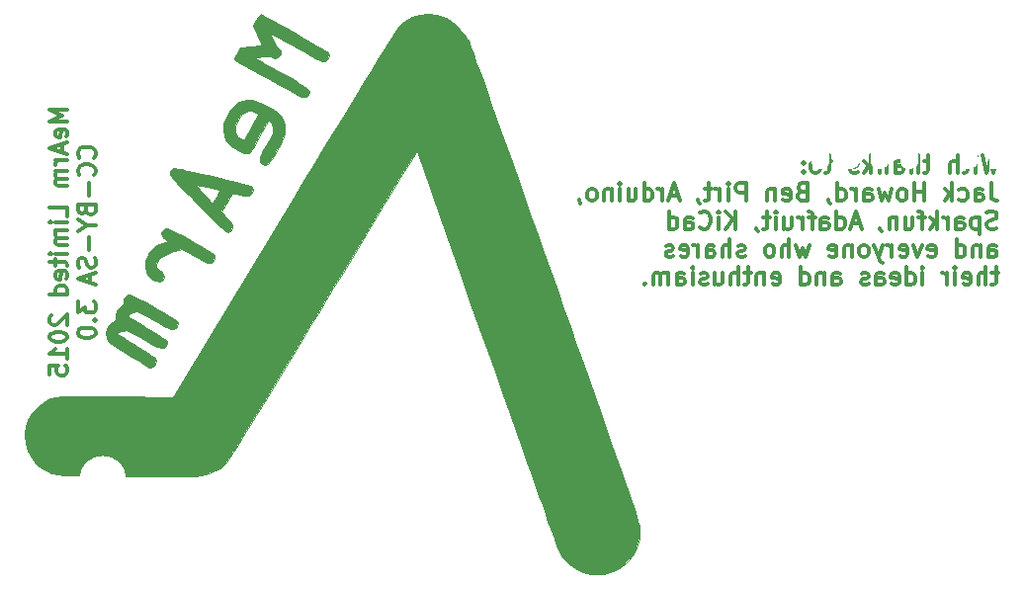
<source format=gbo>
G04 #@! TF.FileFunction,Legend,Bot*
%FSLAX46Y46*%
G04 Gerber Fmt 4.6, Leading zero omitted, Abs format (unit mm)*
G04 Created by KiCad (PCBNEW (2015-01-16 BZR 5376)-product) date 27/05/2015 14:11:43*
%MOMM*%
G01*
G04 APERTURE LIST*
%ADD10C,0.100000*%
%ADD11C,0.300000*%
%ADD12R,1.000000X8.000000*%
%ADD13C,2.000000*%
%ADD14R,2.000000X2.000000*%
%ADD15R,1.574800X2.286000*%
%ADD16O,1.574800X2.286000*%
%ADD17R,1.727200X1.727200*%
%ADD18O,1.727200X1.727200*%
%ADD19C,4.800600*%
%ADD20R,4.800600X4.800600*%
%ADD21R,2.032000X1.727200*%
%ADD22O,2.032000X1.727200*%
%ADD23C,1.500000*%
%ADD24C,4.000000*%
G04 APERTURE END LIST*
D10*
D11*
X176950714Y-85253571D02*
X176593571Y-86753571D01*
X176307857Y-85682143D01*
X176022143Y-86753571D01*
X175665000Y-85253571D01*
X175093571Y-86753571D02*
X175093571Y-85753571D01*
X175093571Y-85253571D02*
X175165000Y-85325000D01*
X175093571Y-85396429D01*
X175022143Y-85325000D01*
X175093571Y-85253571D01*
X175093571Y-85396429D01*
X174593571Y-85753571D02*
X174022142Y-85753571D01*
X174379285Y-85253571D02*
X174379285Y-86539286D01*
X174307857Y-86682143D01*
X174164999Y-86753571D01*
X174022142Y-86753571D01*
X173522142Y-86753571D02*
X173522142Y-85253571D01*
X172879285Y-86753571D02*
X172879285Y-85967857D01*
X172950714Y-85825000D01*
X173093571Y-85753571D01*
X173307856Y-85753571D01*
X173450714Y-85825000D01*
X173522142Y-85896429D01*
X171236428Y-85753571D02*
X170664999Y-85753571D01*
X171022142Y-85253571D02*
X171022142Y-86539286D01*
X170950714Y-86682143D01*
X170807856Y-86753571D01*
X170664999Y-86753571D01*
X170164999Y-86753571D02*
X170164999Y-85253571D01*
X169522142Y-86753571D02*
X169522142Y-85967857D01*
X169593571Y-85825000D01*
X169736428Y-85753571D01*
X169950713Y-85753571D01*
X170093571Y-85825000D01*
X170164999Y-85896429D01*
X168164999Y-86753571D02*
X168164999Y-85967857D01*
X168236428Y-85825000D01*
X168379285Y-85753571D01*
X168664999Y-85753571D01*
X168807856Y-85825000D01*
X168164999Y-86682143D02*
X168307856Y-86753571D01*
X168664999Y-86753571D01*
X168807856Y-86682143D01*
X168879285Y-86539286D01*
X168879285Y-86396429D01*
X168807856Y-86253571D01*
X168664999Y-86182143D01*
X168307856Y-86182143D01*
X168164999Y-86110714D01*
X167450713Y-85753571D02*
X167450713Y-86753571D01*
X167450713Y-85896429D02*
X167379285Y-85825000D01*
X167236427Y-85753571D01*
X167022142Y-85753571D01*
X166879285Y-85825000D01*
X166807856Y-85967857D01*
X166807856Y-86753571D01*
X166093570Y-86753571D02*
X166093570Y-85253571D01*
X165950713Y-86182143D02*
X165522142Y-86753571D01*
X165522142Y-85753571D02*
X166093570Y-86325000D01*
X164950713Y-86682143D02*
X164807856Y-86753571D01*
X164522141Y-86753571D01*
X164379284Y-86682143D01*
X164307856Y-86539286D01*
X164307856Y-86467857D01*
X164379284Y-86325000D01*
X164522141Y-86253571D01*
X164736427Y-86253571D01*
X164879284Y-86182143D01*
X164950713Y-86039286D01*
X164950713Y-85967857D01*
X164879284Y-85825000D01*
X164736427Y-85753571D01*
X164522141Y-85753571D01*
X164379284Y-85825000D01*
X162736427Y-85753571D02*
X162164998Y-85753571D01*
X162522141Y-85253571D02*
X162522141Y-86539286D01*
X162450713Y-86682143D01*
X162307855Y-86753571D01*
X162164998Y-86753571D01*
X161450712Y-86753571D02*
X161593570Y-86682143D01*
X161664998Y-86610714D01*
X161736427Y-86467857D01*
X161736427Y-86039286D01*
X161664998Y-85896429D01*
X161593570Y-85825000D01*
X161450712Y-85753571D01*
X161236427Y-85753571D01*
X161093570Y-85825000D01*
X161022141Y-85896429D01*
X160950712Y-86039286D01*
X160950712Y-86467857D01*
X161022141Y-86610714D01*
X161093570Y-86682143D01*
X161236427Y-86753571D01*
X161450712Y-86753571D01*
X160307855Y-86610714D02*
X160236427Y-86682143D01*
X160307855Y-86753571D01*
X160379284Y-86682143D01*
X160307855Y-86610714D01*
X160307855Y-86753571D01*
X160307855Y-85825000D02*
X160236427Y-85896429D01*
X160307855Y-85967857D01*
X160379284Y-85896429D01*
X160307855Y-85825000D01*
X160307855Y-85967857D01*
X176379286Y-87653571D02*
X176379286Y-88725000D01*
X176450714Y-88939286D01*
X176593571Y-89082143D01*
X176807857Y-89153571D01*
X176950714Y-89153571D01*
X175022143Y-89153571D02*
X175022143Y-88367857D01*
X175093572Y-88225000D01*
X175236429Y-88153571D01*
X175522143Y-88153571D01*
X175665000Y-88225000D01*
X175022143Y-89082143D02*
X175165000Y-89153571D01*
X175522143Y-89153571D01*
X175665000Y-89082143D01*
X175736429Y-88939286D01*
X175736429Y-88796429D01*
X175665000Y-88653571D01*
X175522143Y-88582143D01*
X175165000Y-88582143D01*
X175022143Y-88510714D01*
X173665000Y-89082143D02*
X173807857Y-89153571D01*
X174093571Y-89153571D01*
X174236429Y-89082143D01*
X174307857Y-89010714D01*
X174379286Y-88867857D01*
X174379286Y-88439286D01*
X174307857Y-88296429D01*
X174236429Y-88225000D01*
X174093571Y-88153571D01*
X173807857Y-88153571D01*
X173665000Y-88225000D01*
X173022143Y-89153571D02*
X173022143Y-87653571D01*
X172879286Y-88582143D02*
X172450715Y-89153571D01*
X172450715Y-88153571D02*
X173022143Y-88725000D01*
X170665000Y-89153571D02*
X170665000Y-87653571D01*
X170665000Y-88367857D02*
X169807857Y-88367857D01*
X169807857Y-89153571D02*
X169807857Y-87653571D01*
X168879285Y-89153571D02*
X169022143Y-89082143D01*
X169093571Y-89010714D01*
X169165000Y-88867857D01*
X169165000Y-88439286D01*
X169093571Y-88296429D01*
X169022143Y-88225000D01*
X168879285Y-88153571D01*
X168665000Y-88153571D01*
X168522143Y-88225000D01*
X168450714Y-88296429D01*
X168379285Y-88439286D01*
X168379285Y-88867857D01*
X168450714Y-89010714D01*
X168522143Y-89082143D01*
X168665000Y-89153571D01*
X168879285Y-89153571D01*
X167879285Y-88153571D02*
X167593571Y-89153571D01*
X167307857Y-88439286D01*
X167022142Y-89153571D01*
X166736428Y-88153571D01*
X165522142Y-89153571D02*
X165522142Y-88367857D01*
X165593571Y-88225000D01*
X165736428Y-88153571D01*
X166022142Y-88153571D01*
X166164999Y-88225000D01*
X165522142Y-89082143D02*
X165664999Y-89153571D01*
X166022142Y-89153571D01*
X166164999Y-89082143D01*
X166236428Y-88939286D01*
X166236428Y-88796429D01*
X166164999Y-88653571D01*
X166022142Y-88582143D01*
X165664999Y-88582143D01*
X165522142Y-88510714D01*
X164807856Y-89153571D02*
X164807856Y-88153571D01*
X164807856Y-88439286D02*
X164736428Y-88296429D01*
X164664999Y-88225000D01*
X164522142Y-88153571D01*
X164379285Y-88153571D01*
X163236428Y-89153571D02*
X163236428Y-87653571D01*
X163236428Y-89082143D02*
X163379285Y-89153571D01*
X163664999Y-89153571D01*
X163807857Y-89082143D01*
X163879285Y-89010714D01*
X163950714Y-88867857D01*
X163950714Y-88439286D01*
X163879285Y-88296429D01*
X163807857Y-88225000D01*
X163664999Y-88153571D01*
X163379285Y-88153571D01*
X163236428Y-88225000D01*
X162450714Y-89082143D02*
X162450714Y-89153571D01*
X162522142Y-89296429D01*
X162593571Y-89367857D01*
X160164999Y-88367857D02*
X159950713Y-88439286D01*
X159879285Y-88510714D01*
X159807856Y-88653571D01*
X159807856Y-88867857D01*
X159879285Y-89010714D01*
X159950713Y-89082143D01*
X160093571Y-89153571D01*
X160664999Y-89153571D01*
X160664999Y-87653571D01*
X160164999Y-87653571D01*
X160022142Y-87725000D01*
X159950713Y-87796429D01*
X159879285Y-87939286D01*
X159879285Y-88082143D01*
X159950713Y-88225000D01*
X160022142Y-88296429D01*
X160164999Y-88367857D01*
X160664999Y-88367857D01*
X158593571Y-89082143D02*
X158736428Y-89153571D01*
X159022142Y-89153571D01*
X159164999Y-89082143D01*
X159236428Y-88939286D01*
X159236428Y-88367857D01*
X159164999Y-88225000D01*
X159022142Y-88153571D01*
X158736428Y-88153571D01*
X158593571Y-88225000D01*
X158522142Y-88367857D01*
X158522142Y-88510714D01*
X159236428Y-88653571D01*
X157879285Y-88153571D02*
X157879285Y-89153571D01*
X157879285Y-88296429D02*
X157807857Y-88225000D01*
X157664999Y-88153571D01*
X157450714Y-88153571D01*
X157307857Y-88225000D01*
X157236428Y-88367857D01*
X157236428Y-89153571D01*
X155379285Y-89153571D02*
X155379285Y-87653571D01*
X154807857Y-87653571D01*
X154664999Y-87725000D01*
X154593571Y-87796429D01*
X154522142Y-87939286D01*
X154522142Y-88153571D01*
X154593571Y-88296429D01*
X154664999Y-88367857D01*
X154807857Y-88439286D01*
X155379285Y-88439286D01*
X153879285Y-89153571D02*
X153879285Y-88153571D01*
X153879285Y-87653571D02*
X153950714Y-87725000D01*
X153879285Y-87796429D01*
X153807857Y-87725000D01*
X153879285Y-87653571D01*
X153879285Y-87796429D01*
X153164999Y-89153571D02*
X153164999Y-88153571D01*
X153164999Y-88439286D02*
X153093571Y-88296429D01*
X153022142Y-88225000D01*
X152879285Y-88153571D01*
X152736428Y-88153571D01*
X152450714Y-88153571D02*
X151879285Y-88153571D01*
X152236428Y-87653571D02*
X152236428Y-88939286D01*
X152165000Y-89082143D01*
X152022142Y-89153571D01*
X151879285Y-89153571D01*
X151307857Y-89082143D02*
X151307857Y-89153571D01*
X151379285Y-89296429D01*
X151450714Y-89367857D01*
X149593571Y-88725000D02*
X148879285Y-88725000D01*
X149736428Y-89153571D02*
X149236428Y-87653571D01*
X148736428Y-89153571D01*
X148236428Y-89153571D02*
X148236428Y-88153571D01*
X148236428Y-88439286D02*
X148165000Y-88296429D01*
X148093571Y-88225000D01*
X147950714Y-88153571D01*
X147807857Y-88153571D01*
X146665000Y-89153571D02*
X146665000Y-87653571D01*
X146665000Y-89082143D02*
X146807857Y-89153571D01*
X147093571Y-89153571D01*
X147236429Y-89082143D01*
X147307857Y-89010714D01*
X147379286Y-88867857D01*
X147379286Y-88439286D01*
X147307857Y-88296429D01*
X147236429Y-88225000D01*
X147093571Y-88153571D01*
X146807857Y-88153571D01*
X146665000Y-88225000D01*
X145307857Y-88153571D02*
X145307857Y-89153571D01*
X145950714Y-88153571D02*
X145950714Y-88939286D01*
X145879286Y-89082143D01*
X145736428Y-89153571D01*
X145522143Y-89153571D01*
X145379286Y-89082143D01*
X145307857Y-89010714D01*
X144593571Y-89153571D02*
X144593571Y-88153571D01*
X144593571Y-87653571D02*
X144665000Y-87725000D01*
X144593571Y-87796429D01*
X144522143Y-87725000D01*
X144593571Y-87653571D01*
X144593571Y-87796429D01*
X143879285Y-88153571D02*
X143879285Y-89153571D01*
X143879285Y-88296429D02*
X143807857Y-88225000D01*
X143664999Y-88153571D01*
X143450714Y-88153571D01*
X143307857Y-88225000D01*
X143236428Y-88367857D01*
X143236428Y-89153571D01*
X142307856Y-89153571D02*
X142450714Y-89082143D01*
X142522142Y-89010714D01*
X142593571Y-88867857D01*
X142593571Y-88439286D01*
X142522142Y-88296429D01*
X142450714Y-88225000D01*
X142307856Y-88153571D01*
X142093571Y-88153571D01*
X141950714Y-88225000D01*
X141879285Y-88296429D01*
X141807856Y-88439286D01*
X141807856Y-88867857D01*
X141879285Y-89010714D01*
X141950714Y-89082143D01*
X142093571Y-89153571D01*
X142307856Y-89153571D01*
X141093571Y-89082143D02*
X141093571Y-89153571D01*
X141164999Y-89296429D01*
X141236428Y-89367857D01*
X176879286Y-91482143D02*
X176665000Y-91553571D01*
X176307857Y-91553571D01*
X176165000Y-91482143D01*
X176093571Y-91410714D01*
X176022143Y-91267857D01*
X176022143Y-91125000D01*
X176093571Y-90982143D01*
X176165000Y-90910714D01*
X176307857Y-90839286D01*
X176593571Y-90767857D01*
X176736429Y-90696429D01*
X176807857Y-90625000D01*
X176879286Y-90482143D01*
X176879286Y-90339286D01*
X176807857Y-90196429D01*
X176736429Y-90125000D01*
X176593571Y-90053571D01*
X176236429Y-90053571D01*
X176022143Y-90125000D01*
X175379286Y-90553571D02*
X175379286Y-92053571D01*
X175379286Y-90625000D02*
X175236429Y-90553571D01*
X174950715Y-90553571D01*
X174807858Y-90625000D01*
X174736429Y-90696429D01*
X174665000Y-90839286D01*
X174665000Y-91267857D01*
X174736429Y-91410714D01*
X174807858Y-91482143D01*
X174950715Y-91553571D01*
X175236429Y-91553571D01*
X175379286Y-91482143D01*
X173379286Y-91553571D02*
X173379286Y-90767857D01*
X173450715Y-90625000D01*
X173593572Y-90553571D01*
X173879286Y-90553571D01*
X174022143Y-90625000D01*
X173379286Y-91482143D02*
X173522143Y-91553571D01*
X173879286Y-91553571D01*
X174022143Y-91482143D01*
X174093572Y-91339286D01*
X174093572Y-91196429D01*
X174022143Y-91053571D01*
X173879286Y-90982143D01*
X173522143Y-90982143D01*
X173379286Y-90910714D01*
X172665000Y-91553571D02*
X172665000Y-90553571D01*
X172665000Y-90839286D02*
X172593572Y-90696429D01*
X172522143Y-90625000D01*
X172379286Y-90553571D01*
X172236429Y-90553571D01*
X171736429Y-91553571D02*
X171736429Y-90053571D01*
X171593572Y-90982143D02*
X171165001Y-91553571D01*
X171165001Y-90553571D02*
X171736429Y-91125000D01*
X170736429Y-90553571D02*
X170165000Y-90553571D01*
X170522143Y-91553571D02*
X170522143Y-90267857D01*
X170450715Y-90125000D01*
X170307857Y-90053571D01*
X170165000Y-90053571D01*
X169022143Y-90553571D02*
X169022143Y-91553571D01*
X169665000Y-90553571D02*
X169665000Y-91339286D01*
X169593572Y-91482143D01*
X169450714Y-91553571D01*
X169236429Y-91553571D01*
X169093572Y-91482143D01*
X169022143Y-91410714D01*
X168307857Y-90553571D02*
X168307857Y-91553571D01*
X168307857Y-90696429D02*
X168236429Y-90625000D01*
X168093571Y-90553571D01*
X167879286Y-90553571D01*
X167736429Y-90625000D01*
X167665000Y-90767857D01*
X167665000Y-91553571D01*
X166879286Y-91482143D02*
X166879286Y-91553571D01*
X166950714Y-91696429D01*
X167022143Y-91767857D01*
X165165000Y-91125000D02*
X164450714Y-91125000D01*
X165307857Y-91553571D02*
X164807857Y-90053571D01*
X164307857Y-91553571D01*
X163165000Y-91553571D02*
X163165000Y-90053571D01*
X163165000Y-91482143D02*
X163307857Y-91553571D01*
X163593571Y-91553571D01*
X163736429Y-91482143D01*
X163807857Y-91410714D01*
X163879286Y-91267857D01*
X163879286Y-90839286D01*
X163807857Y-90696429D01*
X163736429Y-90625000D01*
X163593571Y-90553571D01*
X163307857Y-90553571D01*
X163165000Y-90625000D01*
X161807857Y-91553571D02*
X161807857Y-90767857D01*
X161879286Y-90625000D01*
X162022143Y-90553571D01*
X162307857Y-90553571D01*
X162450714Y-90625000D01*
X161807857Y-91482143D02*
X161950714Y-91553571D01*
X162307857Y-91553571D01*
X162450714Y-91482143D01*
X162522143Y-91339286D01*
X162522143Y-91196429D01*
X162450714Y-91053571D01*
X162307857Y-90982143D01*
X161950714Y-90982143D01*
X161807857Y-90910714D01*
X161307857Y-90553571D02*
X160736428Y-90553571D01*
X161093571Y-91553571D02*
X161093571Y-90267857D01*
X161022143Y-90125000D01*
X160879285Y-90053571D01*
X160736428Y-90053571D01*
X160236428Y-91553571D02*
X160236428Y-90553571D01*
X160236428Y-90839286D02*
X160165000Y-90696429D01*
X160093571Y-90625000D01*
X159950714Y-90553571D01*
X159807857Y-90553571D01*
X158665000Y-90553571D02*
X158665000Y-91553571D01*
X159307857Y-90553571D02*
X159307857Y-91339286D01*
X159236429Y-91482143D01*
X159093571Y-91553571D01*
X158879286Y-91553571D01*
X158736429Y-91482143D01*
X158665000Y-91410714D01*
X157950714Y-91553571D02*
X157950714Y-90553571D01*
X157950714Y-90053571D02*
X158022143Y-90125000D01*
X157950714Y-90196429D01*
X157879286Y-90125000D01*
X157950714Y-90053571D01*
X157950714Y-90196429D01*
X157450714Y-90553571D02*
X156879285Y-90553571D01*
X157236428Y-90053571D02*
X157236428Y-91339286D01*
X157165000Y-91482143D01*
X157022142Y-91553571D01*
X156879285Y-91553571D01*
X156307857Y-91482143D02*
X156307857Y-91553571D01*
X156379285Y-91696429D01*
X156450714Y-91767857D01*
X154522142Y-91553571D02*
X154522142Y-90053571D01*
X153664999Y-91553571D02*
X154307856Y-90696429D01*
X153664999Y-90053571D02*
X154522142Y-90910714D01*
X153022142Y-91553571D02*
X153022142Y-90553571D01*
X153022142Y-90053571D02*
X153093571Y-90125000D01*
X153022142Y-90196429D01*
X152950714Y-90125000D01*
X153022142Y-90053571D01*
X153022142Y-90196429D01*
X151450713Y-91410714D02*
X151522142Y-91482143D01*
X151736428Y-91553571D01*
X151879285Y-91553571D01*
X152093570Y-91482143D01*
X152236428Y-91339286D01*
X152307856Y-91196429D01*
X152379285Y-90910714D01*
X152379285Y-90696429D01*
X152307856Y-90410714D01*
X152236428Y-90267857D01*
X152093570Y-90125000D01*
X151879285Y-90053571D01*
X151736428Y-90053571D01*
X151522142Y-90125000D01*
X151450713Y-90196429D01*
X150164999Y-91553571D02*
X150164999Y-90767857D01*
X150236428Y-90625000D01*
X150379285Y-90553571D01*
X150664999Y-90553571D01*
X150807856Y-90625000D01*
X150164999Y-91482143D02*
X150307856Y-91553571D01*
X150664999Y-91553571D01*
X150807856Y-91482143D01*
X150879285Y-91339286D01*
X150879285Y-91196429D01*
X150807856Y-91053571D01*
X150664999Y-90982143D01*
X150307856Y-90982143D01*
X150164999Y-90910714D01*
X148807856Y-91553571D02*
X148807856Y-90053571D01*
X148807856Y-91482143D02*
X148950713Y-91553571D01*
X149236427Y-91553571D01*
X149379285Y-91482143D01*
X149450713Y-91410714D01*
X149522142Y-91267857D01*
X149522142Y-90839286D01*
X149450713Y-90696429D01*
X149379285Y-90625000D01*
X149236427Y-90553571D01*
X148950713Y-90553571D01*
X148807856Y-90625000D01*
X176165000Y-93953571D02*
X176165000Y-93167857D01*
X176236429Y-93025000D01*
X176379286Y-92953571D01*
X176665000Y-92953571D01*
X176807857Y-93025000D01*
X176165000Y-93882143D02*
X176307857Y-93953571D01*
X176665000Y-93953571D01*
X176807857Y-93882143D01*
X176879286Y-93739286D01*
X176879286Y-93596429D01*
X176807857Y-93453571D01*
X176665000Y-93382143D01*
X176307857Y-93382143D01*
X176165000Y-93310714D01*
X175450714Y-92953571D02*
X175450714Y-93953571D01*
X175450714Y-93096429D02*
X175379286Y-93025000D01*
X175236428Y-92953571D01*
X175022143Y-92953571D01*
X174879286Y-93025000D01*
X174807857Y-93167857D01*
X174807857Y-93953571D01*
X173450714Y-93953571D02*
X173450714Y-92453571D01*
X173450714Y-93882143D02*
X173593571Y-93953571D01*
X173879285Y-93953571D01*
X174022143Y-93882143D01*
X174093571Y-93810714D01*
X174165000Y-93667857D01*
X174165000Y-93239286D01*
X174093571Y-93096429D01*
X174022143Y-93025000D01*
X173879285Y-92953571D01*
X173593571Y-92953571D01*
X173450714Y-93025000D01*
X171022143Y-93882143D02*
X171165000Y-93953571D01*
X171450714Y-93953571D01*
X171593571Y-93882143D01*
X171665000Y-93739286D01*
X171665000Y-93167857D01*
X171593571Y-93025000D01*
X171450714Y-92953571D01*
X171165000Y-92953571D01*
X171022143Y-93025000D01*
X170950714Y-93167857D01*
X170950714Y-93310714D01*
X171665000Y-93453571D01*
X170450714Y-92953571D02*
X170093571Y-93953571D01*
X169736429Y-92953571D01*
X168593572Y-93882143D02*
X168736429Y-93953571D01*
X169022143Y-93953571D01*
X169165000Y-93882143D01*
X169236429Y-93739286D01*
X169236429Y-93167857D01*
X169165000Y-93025000D01*
X169022143Y-92953571D01*
X168736429Y-92953571D01*
X168593572Y-93025000D01*
X168522143Y-93167857D01*
X168522143Y-93310714D01*
X169236429Y-93453571D01*
X167879286Y-93953571D02*
X167879286Y-92953571D01*
X167879286Y-93239286D02*
X167807858Y-93096429D01*
X167736429Y-93025000D01*
X167593572Y-92953571D01*
X167450715Y-92953571D01*
X167093572Y-92953571D02*
X166736429Y-93953571D01*
X166379287Y-92953571D02*
X166736429Y-93953571D01*
X166879287Y-94310714D01*
X166950715Y-94382143D01*
X167093572Y-94453571D01*
X165593572Y-93953571D02*
X165736430Y-93882143D01*
X165807858Y-93810714D01*
X165879287Y-93667857D01*
X165879287Y-93239286D01*
X165807858Y-93096429D01*
X165736430Y-93025000D01*
X165593572Y-92953571D01*
X165379287Y-92953571D01*
X165236430Y-93025000D01*
X165165001Y-93096429D01*
X165093572Y-93239286D01*
X165093572Y-93667857D01*
X165165001Y-93810714D01*
X165236430Y-93882143D01*
X165379287Y-93953571D01*
X165593572Y-93953571D01*
X164450715Y-92953571D02*
X164450715Y-93953571D01*
X164450715Y-93096429D02*
X164379287Y-93025000D01*
X164236429Y-92953571D01*
X164022144Y-92953571D01*
X163879287Y-93025000D01*
X163807858Y-93167857D01*
X163807858Y-93953571D01*
X162522144Y-93882143D02*
X162665001Y-93953571D01*
X162950715Y-93953571D01*
X163093572Y-93882143D01*
X163165001Y-93739286D01*
X163165001Y-93167857D01*
X163093572Y-93025000D01*
X162950715Y-92953571D01*
X162665001Y-92953571D01*
X162522144Y-93025000D01*
X162450715Y-93167857D01*
X162450715Y-93310714D01*
X163165001Y-93453571D01*
X160807858Y-92953571D02*
X160522144Y-93953571D01*
X160236430Y-93239286D01*
X159950715Y-93953571D01*
X159665001Y-92953571D01*
X159093572Y-93953571D02*
X159093572Y-92453571D01*
X158450715Y-93953571D02*
X158450715Y-93167857D01*
X158522144Y-93025000D01*
X158665001Y-92953571D01*
X158879286Y-92953571D01*
X159022144Y-93025000D01*
X159093572Y-93096429D01*
X157522143Y-93953571D02*
X157665001Y-93882143D01*
X157736429Y-93810714D01*
X157807858Y-93667857D01*
X157807858Y-93239286D01*
X157736429Y-93096429D01*
X157665001Y-93025000D01*
X157522143Y-92953571D01*
X157307858Y-92953571D01*
X157165001Y-93025000D01*
X157093572Y-93096429D01*
X157022143Y-93239286D01*
X157022143Y-93667857D01*
X157093572Y-93810714D01*
X157165001Y-93882143D01*
X157307858Y-93953571D01*
X157522143Y-93953571D01*
X155307858Y-93882143D02*
X155165001Y-93953571D01*
X154879286Y-93953571D01*
X154736429Y-93882143D01*
X154665001Y-93739286D01*
X154665001Y-93667857D01*
X154736429Y-93525000D01*
X154879286Y-93453571D01*
X155093572Y-93453571D01*
X155236429Y-93382143D01*
X155307858Y-93239286D01*
X155307858Y-93167857D01*
X155236429Y-93025000D01*
X155093572Y-92953571D01*
X154879286Y-92953571D01*
X154736429Y-93025000D01*
X154022143Y-93953571D02*
X154022143Y-92453571D01*
X153379286Y-93953571D02*
X153379286Y-93167857D01*
X153450715Y-93025000D01*
X153593572Y-92953571D01*
X153807857Y-92953571D01*
X153950715Y-93025000D01*
X154022143Y-93096429D01*
X152022143Y-93953571D02*
X152022143Y-93167857D01*
X152093572Y-93025000D01*
X152236429Y-92953571D01*
X152522143Y-92953571D01*
X152665000Y-93025000D01*
X152022143Y-93882143D02*
X152165000Y-93953571D01*
X152522143Y-93953571D01*
X152665000Y-93882143D01*
X152736429Y-93739286D01*
X152736429Y-93596429D01*
X152665000Y-93453571D01*
X152522143Y-93382143D01*
X152165000Y-93382143D01*
X152022143Y-93310714D01*
X151307857Y-93953571D02*
X151307857Y-92953571D01*
X151307857Y-93239286D02*
X151236429Y-93096429D01*
X151165000Y-93025000D01*
X151022143Y-92953571D01*
X150879286Y-92953571D01*
X149807858Y-93882143D02*
X149950715Y-93953571D01*
X150236429Y-93953571D01*
X150379286Y-93882143D01*
X150450715Y-93739286D01*
X150450715Y-93167857D01*
X150379286Y-93025000D01*
X150236429Y-92953571D01*
X149950715Y-92953571D01*
X149807858Y-93025000D01*
X149736429Y-93167857D01*
X149736429Y-93310714D01*
X150450715Y-93453571D01*
X149165001Y-93882143D02*
X149022144Y-93953571D01*
X148736429Y-93953571D01*
X148593572Y-93882143D01*
X148522144Y-93739286D01*
X148522144Y-93667857D01*
X148593572Y-93525000D01*
X148736429Y-93453571D01*
X148950715Y-93453571D01*
X149093572Y-93382143D01*
X149165001Y-93239286D01*
X149165001Y-93167857D01*
X149093572Y-93025000D01*
X148950715Y-92953571D01*
X148736429Y-92953571D01*
X148593572Y-93025000D01*
X177022143Y-95353571D02*
X176450714Y-95353571D01*
X176807857Y-94853571D02*
X176807857Y-96139286D01*
X176736429Y-96282143D01*
X176593571Y-96353571D01*
X176450714Y-96353571D01*
X175950714Y-96353571D02*
X175950714Y-94853571D01*
X175307857Y-96353571D02*
X175307857Y-95567857D01*
X175379286Y-95425000D01*
X175522143Y-95353571D01*
X175736428Y-95353571D01*
X175879286Y-95425000D01*
X175950714Y-95496429D01*
X174022143Y-96282143D02*
X174165000Y-96353571D01*
X174450714Y-96353571D01*
X174593571Y-96282143D01*
X174665000Y-96139286D01*
X174665000Y-95567857D01*
X174593571Y-95425000D01*
X174450714Y-95353571D01*
X174165000Y-95353571D01*
X174022143Y-95425000D01*
X173950714Y-95567857D01*
X173950714Y-95710714D01*
X174665000Y-95853571D01*
X173307857Y-96353571D02*
X173307857Y-95353571D01*
X173307857Y-94853571D02*
X173379286Y-94925000D01*
X173307857Y-94996429D01*
X173236429Y-94925000D01*
X173307857Y-94853571D01*
X173307857Y-94996429D01*
X172593571Y-96353571D02*
X172593571Y-95353571D01*
X172593571Y-95639286D02*
X172522143Y-95496429D01*
X172450714Y-95425000D01*
X172307857Y-95353571D01*
X172165000Y-95353571D01*
X170522143Y-96353571D02*
X170522143Y-95353571D01*
X170522143Y-94853571D02*
X170593572Y-94925000D01*
X170522143Y-94996429D01*
X170450715Y-94925000D01*
X170522143Y-94853571D01*
X170522143Y-94996429D01*
X169165000Y-96353571D02*
X169165000Y-94853571D01*
X169165000Y-96282143D02*
X169307857Y-96353571D01*
X169593571Y-96353571D01*
X169736429Y-96282143D01*
X169807857Y-96210714D01*
X169879286Y-96067857D01*
X169879286Y-95639286D01*
X169807857Y-95496429D01*
X169736429Y-95425000D01*
X169593571Y-95353571D01*
X169307857Y-95353571D01*
X169165000Y-95425000D01*
X167879286Y-96282143D02*
X168022143Y-96353571D01*
X168307857Y-96353571D01*
X168450714Y-96282143D01*
X168522143Y-96139286D01*
X168522143Y-95567857D01*
X168450714Y-95425000D01*
X168307857Y-95353571D01*
X168022143Y-95353571D01*
X167879286Y-95425000D01*
X167807857Y-95567857D01*
X167807857Y-95710714D01*
X168522143Y-95853571D01*
X166522143Y-96353571D02*
X166522143Y-95567857D01*
X166593572Y-95425000D01*
X166736429Y-95353571D01*
X167022143Y-95353571D01*
X167165000Y-95425000D01*
X166522143Y-96282143D02*
X166665000Y-96353571D01*
X167022143Y-96353571D01*
X167165000Y-96282143D01*
X167236429Y-96139286D01*
X167236429Y-95996429D01*
X167165000Y-95853571D01*
X167022143Y-95782143D01*
X166665000Y-95782143D01*
X166522143Y-95710714D01*
X165879286Y-96282143D02*
X165736429Y-96353571D01*
X165450714Y-96353571D01*
X165307857Y-96282143D01*
X165236429Y-96139286D01*
X165236429Y-96067857D01*
X165307857Y-95925000D01*
X165450714Y-95853571D01*
X165665000Y-95853571D01*
X165807857Y-95782143D01*
X165879286Y-95639286D01*
X165879286Y-95567857D01*
X165807857Y-95425000D01*
X165665000Y-95353571D01*
X165450714Y-95353571D01*
X165307857Y-95425000D01*
X162807857Y-96353571D02*
X162807857Y-95567857D01*
X162879286Y-95425000D01*
X163022143Y-95353571D01*
X163307857Y-95353571D01*
X163450714Y-95425000D01*
X162807857Y-96282143D02*
X162950714Y-96353571D01*
X163307857Y-96353571D01*
X163450714Y-96282143D01*
X163522143Y-96139286D01*
X163522143Y-95996429D01*
X163450714Y-95853571D01*
X163307857Y-95782143D01*
X162950714Y-95782143D01*
X162807857Y-95710714D01*
X162093571Y-95353571D02*
X162093571Y-96353571D01*
X162093571Y-95496429D02*
X162022143Y-95425000D01*
X161879285Y-95353571D01*
X161665000Y-95353571D01*
X161522143Y-95425000D01*
X161450714Y-95567857D01*
X161450714Y-96353571D01*
X160093571Y-96353571D02*
X160093571Y-94853571D01*
X160093571Y-96282143D02*
X160236428Y-96353571D01*
X160522142Y-96353571D01*
X160665000Y-96282143D01*
X160736428Y-96210714D01*
X160807857Y-96067857D01*
X160807857Y-95639286D01*
X160736428Y-95496429D01*
X160665000Y-95425000D01*
X160522142Y-95353571D01*
X160236428Y-95353571D01*
X160093571Y-95425000D01*
X157665000Y-96282143D02*
X157807857Y-96353571D01*
X158093571Y-96353571D01*
X158236428Y-96282143D01*
X158307857Y-96139286D01*
X158307857Y-95567857D01*
X158236428Y-95425000D01*
X158093571Y-95353571D01*
X157807857Y-95353571D01*
X157665000Y-95425000D01*
X157593571Y-95567857D01*
X157593571Y-95710714D01*
X158307857Y-95853571D01*
X156950714Y-95353571D02*
X156950714Y-96353571D01*
X156950714Y-95496429D02*
X156879286Y-95425000D01*
X156736428Y-95353571D01*
X156522143Y-95353571D01*
X156379286Y-95425000D01*
X156307857Y-95567857D01*
X156307857Y-96353571D01*
X155807857Y-95353571D02*
X155236428Y-95353571D01*
X155593571Y-94853571D02*
X155593571Y-96139286D01*
X155522143Y-96282143D01*
X155379285Y-96353571D01*
X155236428Y-96353571D01*
X154736428Y-96353571D02*
X154736428Y-94853571D01*
X154093571Y-96353571D02*
X154093571Y-95567857D01*
X154165000Y-95425000D01*
X154307857Y-95353571D01*
X154522142Y-95353571D01*
X154665000Y-95425000D01*
X154736428Y-95496429D01*
X152736428Y-95353571D02*
X152736428Y-96353571D01*
X153379285Y-95353571D02*
X153379285Y-96139286D01*
X153307857Y-96282143D01*
X153164999Y-96353571D01*
X152950714Y-96353571D01*
X152807857Y-96282143D01*
X152736428Y-96210714D01*
X152093571Y-96282143D02*
X151950714Y-96353571D01*
X151664999Y-96353571D01*
X151522142Y-96282143D01*
X151450714Y-96139286D01*
X151450714Y-96067857D01*
X151522142Y-95925000D01*
X151664999Y-95853571D01*
X151879285Y-95853571D01*
X152022142Y-95782143D01*
X152093571Y-95639286D01*
X152093571Y-95567857D01*
X152022142Y-95425000D01*
X151879285Y-95353571D01*
X151664999Y-95353571D01*
X151522142Y-95425000D01*
X150807856Y-96353571D02*
X150807856Y-95353571D01*
X150807856Y-94853571D02*
X150879285Y-94925000D01*
X150807856Y-94996429D01*
X150736428Y-94925000D01*
X150807856Y-94853571D01*
X150807856Y-94996429D01*
X149450713Y-96353571D02*
X149450713Y-95567857D01*
X149522142Y-95425000D01*
X149664999Y-95353571D01*
X149950713Y-95353571D01*
X150093570Y-95425000D01*
X149450713Y-96282143D02*
X149593570Y-96353571D01*
X149950713Y-96353571D01*
X150093570Y-96282143D01*
X150164999Y-96139286D01*
X150164999Y-95996429D01*
X150093570Y-95853571D01*
X149950713Y-95782143D01*
X149593570Y-95782143D01*
X149450713Y-95710714D01*
X148736427Y-96353571D02*
X148736427Y-95353571D01*
X148736427Y-95496429D02*
X148664999Y-95425000D01*
X148522141Y-95353571D01*
X148307856Y-95353571D01*
X148164999Y-95425000D01*
X148093570Y-95567857D01*
X148093570Y-96353571D01*
X148093570Y-95567857D02*
X148022141Y-95425000D01*
X147879284Y-95353571D01*
X147664999Y-95353571D01*
X147522141Y-95425000D01*
X147450713Y-95567857D01*
X147450713Y-96353571D01*
X146736427Y-96210714D02*
X146664999Y-96282143D01*
X146736427Y-96353571D01*
X146807856Y-96282143D01*
X146736427Y-96210714D01*
X146736427Y-96353571D01*
X97268571Y-81388573D02*
X95768571Y-81388573D01*
X96840000Y-81888573D01*
X95768571Y-82388573D01*
X97268571Y-82388573D01*
X97197143Y-83674287D02*
X97268571Y-83531430D01*
X97268571Y-83245716D01*
X97197143Y-83102859D01*
X97054286Y-83031430D01*
X96482857Y-83031430D01*
X96340000Y-83102859D01*
X96268571Y-83245716D01*
X96268571Y-83531430D01*
X96340000Y-83674287D01*
X96482857Y-83745716D01*
X96625714Y-83745716D01*
X96768571Y-83031430D01*
X96840000Y-84317144D02*
X96840000Y-85031430D01*
X97268571Y-84174287D02*
X95768571Y-84674287D01*
X97268571Y-85174287D01*
X97268571Y-85674287D02*
X96268571Y-85674287D01*
X96554286Y-85674287D02*
X96411429Y-85745715D01*
X96340000Y-85817144D01*
X96268571Y-85960001D01*
X96268571Y-86102858D01*
X97268571Y-86602858D02*
X96268571Y-86602858D01*
X96411429Y-86602858D02*
X96340000Y-86674286D01*
X96268571Y-86817144D01*
X96268571Y-87031429D01*
X96340000Y-87174286D01*
X96482857Y-87245715D01*
X97268571Y-87245715D01*
X96482857Y-87245715D02*
X96340000Y-87317144D01*
X96268571Y-87460001D01*
X96268571Y-87674286D01*
X96340000Y-87817144D01*
X96482857Y-87888572D01*
X97268571Y-87888572D01*
X97268571Y-90460001D02*
X97268571Y-89745715D01*
X95768571Y-89745715D01*
X97268571Y-90960001D02*
X96268571Y-90960001D01*
X95768571Y-90960001D02*
X95840000Y-90888572D01*
X95911429Y-90960001D01*
X95840000Y-91031429D01*
X95768571Y-90960001D01*
X95911429Y-90960001D01*
X97268571Y-91674287D02*
X96268571Y-91674287D01*
X96411429Y-91674287D02*
X96340000Y-91745715D01*
X96268571Y-91888573D01*
X96268571Y-92102858D01*
X96340000Y-92245715D01*
X96482857Y-92317144D01*
X97268571Y-92317144D01*
X96482857Y-92317144D02*
X96340000Y-92388573D01*
X96268571Y-92531430D01*
X96268571Y-92745715D01*
X96340000Y-92888573D01*
X96482857Y-92960001D01*
X97268571Y-92960001D01*
X97268571Y-93674287D02*
X96268571Y-93674287D01*
X95768571Y-93674287D02*
X95840000Y-93602858D01*
X95911429Y-93674287D01*
X95840000Y-93745715D01*
X95768571Y-93674287D01*
X95911429Y-93674287D01*
X96268571Y-94174287D02*
X96268571Y-94745716D01*
X95768571Y-94388573D02*
X97054286Y-94388573D01*
X97197143Y-94460001D01*
X97268571Y-94602859D01*
X97268571Y-94745716D01*
X97197143Y-95817144D02*
X97268571Y-95674287D01*
X97268571Y-95388573D01*
X97197143Y-95245716D01*
X97054286Y-95174287D01*
X96482857Y-95174287D01*
X96340000Y-95245716D01*
X96268571Y-95388573D01*
X96268571Y-95674287D01*
X96340000Y-95817144D01*
X96482857Y-95888573D01*
X96625714Y-95888573D01*
X96768571Y-95174287D01*
X97268571Y-97174287D02*
X95768571Y-97174287D01*
X97197143Y-97174287D02*
X97268571Y-97031430D01*
X97268571Y-96745716D01*
X97197143Y-96602858D01*
X97125714Y-96531430D01*
X96982857Y-96460001D01*
X96554286Y-96460001D01*
X96411429Y-96531430D01*
X96340000Y-96602858D01*
X96268571Y-96745716D01*
X96268571Y-97031430D01*
X96340000Y-97174287D01*
X95911429Y-98960001D02*
X95840000Y-99031430D01*
X95768571Y-99174287D01*
X95768571Y-99531430D01*
X95840000Y-99674287D01*
X95911429Y-99745716D01*
X96054286Y-99817144D01*
X96197143Y-99817144D01*
X96411429Y-99745716D01*
X97268571Y-98888573D01*
X97268571Y-99817144D01*
X95768571Y-100745715D02*
X95768571Y-100888572D01*
X95840000Y-101031429D01*
X95911429Y-101102858D01*
X96054286Y-101174287D01*
X96340000Y-101245715D01*
X96697143Y-101245715D01*
X96982857Y-101174287D01*
X97125714Y-101102858D01*
X97197143Y-101031429D01*
X97268571Y-100888572D01*
X97268571Y-100745715D01*
X97197143Y-100602858D01*
X97125714Y-100531429D01*
X96982857Y-100460001D01*
X96697143Y-100388572D01*
X96340000Y-100388572D01*
X96054286Y-100460001D01*
X95911429Y-100531429D01*
X95840000Y-100602858D01*
X95768571Y-100745715D01*
X97268571Y-102674286D02*
X97268571Y-101817143D01*
X97268571Y-102245715D02*
X95768571Y-102245715D01*
X95982857Y-102102858D01*
X96125714Y-101960000D01*
X96197143Y-101817143D01*
X95768571Y-104031429D02*
X95768571Y-103317143D01*
X96482857Y-103245714D01*
X96411429Y-103317143D01*
X96340000Y-103460000D01*
X96340000Y-103817143D01*
X96411429Y-103960000D01*
X96482857Y-104031429D01*
X96625714Y-104102857D01*
X96982857Y-104102857D01*
X97125714Y-104031429D01*
X97197143Y-103960000D01*
X97268571Y-103817143D01*
X97268571Y-103460000D01*
X97197143Y-103317143D01*
X97125714Y-103245714D01*
X99525714Y-85460001D02*
X99597143Y-85388572D01*
X99668571Y-85174286D01*
X99668571Y-85031429D01*
X99597143Y-84817144D01*
X99454286Y-84674286D01*
X99311429Y-84602858D01*
X99025714Y-84531429D01*
X98811429Y-84531429D01*
X98525714Y-84602858D01*
X98382857Y-84674286D01*
X98240000Y-84817144D01*
X98168571Y-85031429D01*
X98168571Y-85174286D01*
X98240000Y-85388572D01*
X98311429Y-85460001D01*
X99525714Y-86960001D02*
X99597143Y-86888572D01*
X99668571Y-86674286D01*
X99668571Y-86531429D01*
X99597143Y-86317144D01*
X99454286Y-86174286D01*
X99311429Y-86102858D01*
X99025714Y-86031429D01*
X98811429Y-86031429D01*
X98525714Y-86102858D01*
X98382857Y-86174286D01*
X98240000Y-86317144D01*
X98168571Y-86531429D01*
X98168571Y-86674286D01*
X98240000Y-86888572D01*
X98311429Y-86960001D01*
X99097143Y-87602858D02*
X99097143Y-88745715D01*
X98882857Y-89960001D02*
X98954286Y-90174287D01*
X99025714Y-90245715D01*
X99168571Y-90317144D01*
X99382857Y-90317144D01*
X99525714Y-90245715D01*
X99597143Y-90174287D01*
X99668571Y-90031429D01*
X99668571Y-89460001D01*
X98168571Y-89460001D01*
X98168571Y-89960001D01*
X98240000Y-90102858D01*
X98311429Y-90174287D01*
X98454286Y-90245715D01*
X98597143Y-90245715D01*
X98740000Y-90174287D01*
X98811429Y-90102858D01*
X98882857Y-89960001D01*
X98882857Y-89460001D01*
X98954286Y-91245715D02*
X99668571Y-91245715D01*
X98168571Y-90745715D02*
X98954286Y-91245715D01*
X98168571Y-91745715D01*
X99097143Y-92245715D02*
X99097143Y-93388572D01*
X99597143Y-94031429D02*
X99668571Y-94245715D01*
X99668571Y-94602858D01*
X99597143Y-94745715D01*
X99525714Y-94817144D01*
X99382857Y-94888572D01*
X99240000Y-94888572D01*
X99097143Y-94817144D01*
X99025714Y-94745715D01*
X98954286Y-94602858D01*
X98882857Y-94317144D01*
X98811429Y-94174286D01*
X98740000Y-94102858D01*
X98597143Y-94031429D01*
X98454286Y-94031429D01*
X98311429Y-94102858D01*
X98240000Y-94174286D01*
X98168571Y-94317144D01*
X98168571Y-94674286D01*
X98240000Y-94888572D01*
X99240000Y-95460000D02*
X99240000Y-96174286D01*
X99668571Y-95317143D02*
X98168571Y-95817143D01*
X99668571Y-96317143D01*
X98168571Y-97817143D02*
X98168571Y-98745714D01*
X98740000Y-98245714D01*
X98740000Y-98460000D01*
X98811429Y-98602857D01*
X98882857Y-98674286D01*
X99025714Y-98745714D01*
X99382857Y-98745714D01*
X99525714Y-98674286D01*
X99597143Y-98602857D01*
X99668571Y-98460000D01*
X99668571Y-98031428D01*
X99597143Y-97888571D01*
X99525714Y-97817143D01*
X99525714Y-99388571D02*
X99597143Y-99459999D01*
X99668571Y-99388571D01*
X99597143Y-99317142D01*
X99525714Y-99388571D01*
X99668571Y-99388571D01*
X98168571Y-100388571D02*
X98168571Y-100531428D01*
X98240000Y-100674285D01*
X98311429Y-100745714D01*
X98454286Y-100817143D01*
X98740000Y-100888571D01*
X99097143Y-100888571D01*
X99382857Y-100817143D01*
X99525714Y-100745714D01*
X99597143Y-100674285D01*
X99668571Y-100531428D01*
X99668571Y-100388571D01*
X99597143Y-100245714D01*
X99525714Y-100174285D01*
X99382857Y-100102857D01*
X99097143Y-100031428D01*
X98740000Y-100031428D01*
X98454286Y-100102857D01*
X98311429Y-100174285D01*
X98240000Y-100245714D01*
X98168571Y-100388571D01*
D10*
G36*
X93636325Y-109166348D02*
X93686355Y-109869765D01*
X93876227Y-110542783D01*
X94198061Y-111162944D01*
X94643978Y-111707791D01*
X95206099Y-112154865D01*
X95605916Y-112371454D01*
X95753143Y-112434145D01*
X95910817Y-112488857D01*
X96091353Y-112536263D01*
X96307166Y-112577039D01*
X96570669Y-112611858D01*
X96894279Y-112641395D01*
X97290410Y-112666325D01*
X97771476Y-112687321D01*
X98349892Y-112705058D01*
X99038073Y-112720211D01*
X99848433Y-112733453D01*
X100793388Y-112745460D01*
X101885352Y-112756906D01*
X102870661Y-112766090D01*
X103969147Y-112775345D01*
X104912230Y-112781755D01*
X105713819Y-112785132D01*
X106387823Y-112785289D01*
X106948151Y-112782037D01*
X107408712Y-112775191D01*
X107783415Y-112764562D01*
X108086169Y-112749963D01*
X108330884Y-112731208D01*
X108531469Y-112708108D01*
X108659581Y-112688121D01*
X109369565Y-112523408D01*
X109952926Y-112291920D01*
X110444950Y-111976476D01*
X110804249Y-111643920D01*
X110888235Y-111540062D01*
X111017883Y-111357733D01*
X111195931Y-111092488D01*
X111425116Y-110739880D01*
X111708177Y-110295463D01*
X112047851Y-109754792D01*
X112446876Y-109113420D01*
X112907991Y-108366902D01*
X113433932Y-107510792D01*
X114027439Y-106540644D01*
X114691249Y-105452011D01*
X115428099Y-104240448D01*
X116240729Y-102901509D01*
X117131875Y-101430748D01*
X118104276Y-99823719D01*
X119160669Y-98075976D01*
X119210667Y-97993217D01*
X120038278Y-96624084D01*
X120842451Y-95295288D01*
X121618825Y-94013964D01*
X122363042Y-92787248D01*
X123070743Y-91622275D01*
X123737567Y-90526180D01*
X124359156Y-89506100D01*
X124931151Y-88569169D01*
X125449192Y-87722524D01*
X125908920Y-86973299D01*
X126305975Y-86328631D01*
X126635999Y-85795654D01*
X126894632Y-85381505D01*
X127077514Y-85093318D01*
X127180287Y-84938229D01*
X127202166Y-84912360D01*
X128219357Y-87792593D01*
X129181601Y-90516922D01*
X130090246Y-93089143D01*
X130946638Y-95513053D01*
X131752126Y-97792449D01*
X132508056Y-99931129D01*
X133215776Y-101932889D01*
X133876633Y-103801528D01*
X134491974Y-105540841D01*
X135063148Y-107154626D01*
X135591500Y-108646680D01*
X136078379Y-110020801D01*
X136525132Y-111280785D01*
X136933105Y-112430429D01*
X137303647Y-113473531D01*
X137638104Y-114413888D01*
X137937825Y-115255296D01*
X138204156Y-116001554D01*
X138438444Y-116656457D01*
X138642037Y-117223804D01*
X138816283Y-117707391D01*
X138962528Y-118111016D01*
X139082120Y-118438475D01*
X139176406Y-118693566D01*
X139246733Y-118880086D01*
X139294449Y-119001832D01*
X139315683Y-119051779D01*
X139695340Y-119686639D01*
X140193826Y-120225788D01*
X140786063Y-120655951D01*
X141446976Y-120963849D01*
X142151487Y-121136206D01*
X142874519Y-121159745D01*
X143213667Y-121115612D01*
X143972792Y-120894701D01*
X144646414Y-120538958D01*
X145221894Y-120065781D01*
X145686592Y-119492568D01*
X146027869Y-118836715D01*
X146233084Y-118115621D01*
X146289598Y-117346684D01*
X146255380Y-116928955D01*
X146221924Y-116809674D01*
X146134585Y-116539085D01*
X145996268Y-116125411D01*
X145809875Y-115576870D01*
X145578308Y-114901685D01*
X145304469Y-114108077D01*
X144991263Y-113204267D01*
X144641591Y-112198475D01*
X144258356Y-111098923D01*
X143844461Y-109913832D01*
X143402808Y-108651422D01*
X142936300Y-107319915D01*
X142447839Y-105927532D01*
X141940329Y-104482494D01*
X141416672Y-102993022D01*
X140879770Y-101467336D01*
X140332526Y-99913658D01*
X139777844Y-98340209D01*
X139218625Y-96755210D01*
X138657771Y-95166882D01*
X138098187Y-93583446D01*
X137542774Y-92013123D01*
X136994436Y-90464134D01*
X136456074Y-88944700D01*
X135930591Y-87463041D01*
X135420891Y-86027380D01*
X134929875Y-84645937D01*
X134460446Y-83326933D01*
X134015508Y-82078589D01*
X133597962Y-80909127D01*
X133210712Y-79826766D01*
X132856659Y-78839729D01*
X132538707Y-77956235D01*
X132259758Y-77184507D01*
X132022716Y-76532766D01*
X131830481Y-76009231D01*
X131685958Y-75622125D01*
X131592049Y-75379668D01*
X131555935Y-75296497D01*
X131323234Y-74953782D01*
X130989861Y-74570339D01*
X130598533Y-74186511D01*
X130191969Y-73842645D01*
X129812886Y-73579085D01*
X129639625Y-73486624D01*
X128913771Y-73239443D01*
X128180023Y-73149465D01*
X127460173Y-73212507D01*
X126776008Y-73424390D01*
X126149319Y-73780932D01*
X125619711Y-74257968D01*
X125529495Y-74382418D01*
X125354654Y-74648323D01*
X125097536Y-75051847D01*
X124760488Y-75589154D01*
X124345857Y-76256408D01*
X123855991Y-77049773D01*
X123293237Y-77965411D01*
X122659942Y-78999487D01*
X121958453Y-80148165D01*
X121191118Y-81407608D01*
X120360283Y-82773980D01*
X119468297Y-84243445D01*
X118517507Y-85812166D01*
X117510259Y-87476308D01*
X116448901Y-89232033D01*
X115781667Y-90336815D01*
X106341333Y-105973036D01*
X101499186Y-105916884D01*
X100425711Y-105904660D01*
X99507043Y-105895404D01*
X98728668Y-105890038D01*
X98076073Y-105889482D01*
X97534743Y-105894657D01*
X97090165Y-105906484D01*
X96727826Y-105925882D01*
X96433210Y-105953773D01*
X96191806Y-105991077D01*
X95989097Y-106038715D01*
X95810572Y-106097607D01*
X95641716Y-106168675D01*
X95468014Y-106252838D01*
X95363100Y-106306091D01*
X95011034Y-106541770D01*
X94639748Y-106881858D01*
X94297477Y-107275446D01*
X94032456Y-107671624D01*
X93987309Y-107758148D01*
X93734017Y-108454990D01*
X93636325Y-109166348D01*
X93636325Y-109166348D01*
X93636325Y-109166348D01*
G37*
X93636325Y-109166348D02*
X93686355Y-109869765D01*
X93876227Y-110542783D01*
X94198061Y-111162944D01*
X94643978Y-111707791D01*
X95206099Y-112154865D01*
X95605916Y-112371454D01*
X95753143Y-112434145D01*
X95910817Y-112488857D01*
X96091353Y-112536263D01*
X96307166Y-112577039D01*
X96570669Y-112611858D01*
X96894279Y-112641395D01*
X97290410Y-112666325D01*
X97771476Y-112687321D01*
X98349892Y-112705058D01*
X99038073Y-112720211D01*
X99848433Y-112733453D01*
X100793388Y-112745460D01*
X101885352Y-112756906D01*
X102870661Y-112766090D01*
X103969147Y-112775345D01*
X104912230Y-112781755D01*
X105713819Y-112785132D01*
X106387823Y-112785289D01*
X106948151Y-112782037D01*
X107408712Y-112775191D01*
X107783415Y-112764562D01*
X108086169Y-112749963D01*
X108330884Y-112731208D01*
X108531469Y-112708108D01*
X108659581Y-112688121D01*
X109369565Y-112523408D01*
X109952926Y-112291920D01*
X110444950Y-111976476D01*
X110804249Y-111643920D01*
X110888235Y-111540062D01*
X111017883Y-111357733D01*
X111195931Y-111092488D01*
X111425116Y-110739880D01*
X111708177Y-110295463D01*
X112047851Y-109754792D01*
X112446876Y-109113420D01*
X112907991Y-108366902D01*
X113433932Y-107510792D01*
X114027439Y-106540644D01*
X114691249Y-105452011D01*
X115428099Y-104240448D01*
X116240729Y-102901509D01*
X117131875Y-101430748D01*
X118104276Y-99823719D01*
X119160669Y-98075976D01*
X119210667Y-97993217D01*
X120038278Y-96624084D01*
X120842451Y-95295288D01*
X121618825Y-94013964D01*
X122363042Y-92787248D01*
X123070743Y-91622275D01*
X123737567Y-90526180D01*
X124359156Y-89506100D01*
X124931151Y-88569169D01*
X125449192Y-87722524D01*
X125908920Y-86973299D01*
X126305975Y-86328631D01*
X126635999Y-85795654D01*
X126894632Y-85381505D01*
X127077514Y-85093318D01*
X127180287Y-84938229D01*
X127202166Y-84912360D01*
X128219357Y-87792593D01*
X129181601Y-90516922D01*
X130090246Y-93089143D01*
X130946638Y-95513053D01*
X131752126Y-97792449D01*
X132508056Y-99931129D01*
X133215776Y-101932889D01*
X133876633Y-103801528D01*
X134491974Y-105540841D01*
X135063148Y-107154626D01*
X135591500Y-108646680D01*
X136078379Y-110020801D01*
X136525132Y-111280785D01*
X136933105Y-112430429D01*
X137303647Y-113473531D01*
X137638104Y-114413888D01*
X137937825Y-115255296D01*
X138204156Y-116001554D01*
X138438444Y-116656457D01*
X138642037Y-117223804D01*
X138816283Y-117707391D01*
X138962528Y-118111016D01*
X139082120Y-118438475D01*
X139176406Y-118693566D01*
X139246733Y-118880086D01*
X139294449Y-119001832D01*
X139315683Y-119051779D01*
X139695340Y-119686639D01*
X140193826Y-120225788D01*
X140786063Y-120655951D01*
X141446976Y-120963849D01*
X142151487Y-121136206D01*
X142874519Y-121159745D01*
X143213667Y-121115612D01*
X143972792Y-120894701D01*
X144646414Y-120538958D01*
X145221894Y-120065781D01*
X145686592Y-119492568D01*
X146027869Y-118836715D01*
X146233084Y-118115621D01*
X146289598Y-117346684D01*
X146255380Y-116928955D01*
X146221924Y-116809674D01*
X146134585Y-116539085D01*
X145996268Y-116125411D01*
X145809875Y-115576870D01*
X145578308Y-114901685D01*
X145304469Y-114108077D01*
X144991263Y-113204267D01*
X144641591Y-112198475D01*
X144258356Y-111098923D01*
X143844461Y-109913832D01*
X143402808Y-108651422D01*
X142936300Y-107319915D01*
X142447839Y-105927532D01*
X141940329Y-104482494D01*
X141416672Y-102993022D01*
X140879770Y-101467336D01*
X140332526Y-99913658D01*
X139777844Y-98340209D01*
X139218625Y-96755210D01*
X138657771Y-95166882D01*
X138098187Y-93583446D01*
X137542774Y-92013123D01*
X136994436Y-90464134D01*
X136456074Y-88944700D01*
X135930591Y-87463041D01*
X135420891Y-86027380D01*
X134929875Y-84645937D01*
X134460446Y-83326933D01*
X134015508Y-82078589D01*
X133597962Y-80909127D01*
X133210712Y-79826766D01*
X132856659Y-78839729D01*
X132538707Y-77956235D01*
X132259758Y-77184507D01*
X132022716Y-76532766D01*
X131830481Y-76009231D01*
X131685958Y-75622125D01*
X131592049Y-75379668D01*
X131555935Y-75296497D01*
X131323234Y-74953782D01*
X130989861Y-74570339D01*
X130598533Y-74186511D01*
X130191969Y-73842645D01*
X129812886Y-73579085D01*
X129639625Y-73486624D01*
X128913771Y-73239443D01*
X128180023Y-73149465D01*
X127460173Y-73212507D01*
X126776008Y-73424390D01*
X126149319Y-73780932D01*
X125619711Y-74257968D01*
X125529495Y-74382418D01*
X125354654Y-74648323D01*
X125097536Y-75051847D01*
X124760488Y-75589154D01*
X124345857Y-76256408D01*
X123855991Y-77049773D01*
X123293237Y-77965411D01*
X122659942Y-78999487D01*
X121958453Y-80148165D01*
X121191118Y-81407608D01*
X120360283Y-82773980D01*
X119468297Y-84243445D01*
X118517507Y-85812166D01*
X117510259Y-87476308D01*
X116448901Y-89232033D01*
X115781667Y-90336815D01*
X106341333Y-105973036D01*
X101499186Y-105916884D01*
X100425711Y-105904660D01*
X99507043Y-105895404D01*
X98728668Y-105890038D01*
X98076073Y-105889482D01*
X97534743Y-105894657D01*
X97090165Y-105906484D01*
X96727826Y-105925882D01*
X96433210Y-105953773D01*
X96191806Y-105991077D01*
X95989097Y-106038715D01*
X95810572Y-106097607D01*
X95641716Y-106168675D01*
X95468014Y-106252838D01*
X95363100Y-106306091D01*
X95011034Y-106541770D01*
X94639748Y-106881858D01*
X94297477Y-107275446D01*
X94032456Y-107671624D01*
X93987309Y-107758148D01*
X93734017Y-108454990D01*
X93636325Y-109166348D01*
X93636325Y-109166348D01*
G36*
X100552018Y-100500174D02*
X100607442Y-100884863D01*
X100732167Y-101132953D01*
X100887425Y-101291567D01*
X101184271Y-101519807D01*
X101625434Y-101819570D01*
X102213641Y-102192752D01*
X102573667Y-102413500D01*
X103053424Y-102701684D01*
X103489790Y-102957669D01*
X103860465Y-103168869D01*
X104143152Y-103322699D01*
X104315554Y-103406572D01*
X104353995Y-103418360D01*
X104518067Y-103373669D01*
X104671495Y-103288532D01*
X104821231Y-103093650D01*
X104854469Y-102846105D01*
X104767300Y-102617251D01*
X104711500Y-102558039D01*
X104596238Y-102477124D01*
X104360002Y-102324288D01*
X104027018Y-102114741D01*
X103621509Y-101863693D01*
X103167698Y-101586353D01*
X103056734Y-101519050D01*
X102608121Y-101242359D01*
X102215606Y-100990683D01*
X101900098Y-100778228D01*
X101682512Y-100619204D01*
X101583759Y-100527820D01*
X101580359Y-100515925D01*
X101673036Y-100435327D01*
X101869395Y-100341514D01*
X101956232Y-100310034D01*
X102301881Y-100194817D01*
X103750469Y-101012330D01*
X104307480Y-101322016D01*
X104739294Y-101547790D01*
X105064925Y-101694485D01*
X105303390Y-101766937D01*
X105473705Y-101769979D01*
X105594884Y-101708448D01*
X105685945Y-101587177D01*
X105722474Y-101513720D01*
X105770710Y-101373900D01*
X105769521Y-101244175D01*
X105704078Y-101111381D01*
X105559552Y-100962352D01*
X105321116Y-100783924D01*
X104973941Y-100562929D01*
X104503198Y-100286204D01*
X104048852Y-100027801D01*
X103579220Y-99757903D01*
X103163957Y-99509954D01*
X102824448Y-99297492D01*
X102582077Y-99134057D01*
X102458230Y-99033187D01*
X102446667Y-99013438D01*
X102518574Y-98920547D01*
X102702070Y-98805420D01*
X102838881Y-98742319D01*
X103231095Y-98581359D01*
X104574548Y-99335515D01*
X105014068Y-99580683D01*
X105410126Y-99798681D01*
X105736086Y-99975080D01*
X105965312Y-100095452D01*
X106066902Y-100143960D01*
X106316391Y-100159660D01*
X106528741Y-100047998D01*
X106668039Y-99850942D01*
X106698371Y-99610461D01*
X106649509Y-99463127D01*
X106549665Y-99372650D01*
X106324004Y-99217899D01*
X105997008Y-99012601D01*
X105593161Y-98770482D01*
X105136945Y-98505266D01*
X104652842Y-98230679D01*
X104165335Y-97960448D01*
X103698907Y-97708297D01*
X103278041Y-97487953D01*
X102927219Y-97313140D01*
X102670923Y-97197585D01*
X102533637Y-97155013D01*
X102532452Y-97155000D01*
X102317580Y-97229777D01*
X102158278Y-97415924D01*
X102094866Y-97656167D01*
X102106635Y-97759868D01*
X102108504Y-97918206D01*
X101997200Y-98042652D01*
X101895313Y-98105581D01*
X101648395Y-98330254D01*
X101474970Y-98652407D01*
X101405539Y-99005735D01*
X101415067Y-99149605D01*
X101425360Y-99335632D01*
X101351491Y-99451526D01*
X101168785Y-99554707D01*
X100844101Y-99793847D01*
X100634708Y-100122752D01*
X100552018Y-100500174D01*
X100552018Y-100500174D01*
X100552018Y-100500174D01*
G37*
X100552018Y-100500174D02*
X100607442Y-100884863D01*
X100732167Y-101132953D01*
X100887425Y-101291567D01*
X101184271Y-101519807D01*
X101625434Y-101819570D01*
X102213641Y-102192752D01*
X102573667Y-102413500D01*
X103053424Y-102701684D01*
X103489790Y-102957669D01*
X103860465Y-103168869D01*
X104143152Y-103322699D01*
X104315554Y-103406572D01*
X104353995Y-103418360D01*
X104518067Y-103373669D01*
X104671495Y-103288532D01*
X104821231Y-103093650D01*
X104854469Y-102846105D01*
X104767300Y-102617251D01*
X104711500Y-102558039D01*
X104596238Y-102477124D01*
X104360002Y-102324288D01*
X104027018Y-102114741D01*
X103621509Y-101863693D01*
X103167698Y-101586353D01*
X103056734Y-101519050D01*
X102608121Y-101242359D01*
X102215606Y-100990683D01*
X101900098Y-100778228D01*
X101682512Y-100619204D01*
X101583759Y-100527820D01*
X101580359Y-100515925D01*
X101673036Y-100435327D01*
X101869395Y-100341514D01*
X101956232Y-100310034D01*
X102301881Y-100194817D01*
X103750469Y-101012330D01*
X104307480Y-101322016D01*
X104739294Y-101547790D01*
X105064925Y-101694485D01*
X105303390Y-101766937D01*
X105473705Y-101769979D01*
X105594884Y-101708448D01*
X105685945Y-101587177D01*
X105722474Y-101513720D01*
X105770710Y-101373900D01*
X105769521Y-101244175D01*
X105704078Y-101111381D01*
X105559552Y-100962352D01*
X105321116Y-100783924D01*
X104973941Y-100562929D01*
X104503198Y-100286204D01*
X104048852Y-100027801D01*
X103579220Y-99757903D01*
X103163957Y-99509954D01*
X102824448Y-99297492D01*
X102582077Y-99134057D01*
X102458230Y-99033187D01*
X102446667Y-99013438D01*
X102518574Y-98920547D01*
X102702070Y-98805420D01*
X102838881Y-98742319D01*
X103231095Y-98581359D01*
X104574548Y-99335515D01*
X105014068Y-99580683D01*
X105410126Y-99798681D01*
X105736086Y-99975080D01*
X105965312Y-100095452D01*
X106066902Y-100143960D01*
X106316391Y-100159660D01*
X106528741Y-100047998D01*
X106668039Y-99850942D01*
X106698371Y-99610461D01*
X106649509Y-99463127D01*
X106549665Y-99372650D01*
X106324004Y-99217899D01*
X105997008Y-99012601D01*
X105593161Y-98770482D01*
X105136945Y-98505266D01*
X104652842Y-98230679D01*
X104165335Y-97960448D01*
X103698907Y-97708297D01*
X103278041Y-97487953D01*
X102927219Y-97313140D01*
X102670923Y-97197585D01*
X102533637Y-97155013D01*
X102532452Y-97155000D01*
X102317580Y-97229777D01*
X102158278Y-97415924D01*
X102094866Y-97656167D01*
X102106635Y-97759868D01*
X102108504Y-97918206D01*
X101997200Y-98042652D01*
X101895313Y-98105581D01*
X101648395Y-98330254D01*
X101474970Y-98652407D01*
X101405539Y-99005735D01*
X101415067Y-99149605D01*
X101425360Y-99335632D01*
X101351491Y-99451526D01*
X101168785Y-99554707D01*
X100844101Y-99793847D01*
X100634708Y-100122752D01*
X100552018Y-100500174D01*
X100552018Y-100500174D01*
G36*
X103919913Y-94761863D02*
X103998277Y-95207617D01*
X104208354Y-95592398D01*
X104541393Y-95885457D01*
X104842542Y-96016275D01*
X105128735Y-96050951D01*
X105353866Y-95989226D01*
X105449355Y-95890566D01*
X105531013Y-95636907D01*
X105472251Y-95409285D01*
X105262659Y-95175870D01*
X105198333Y-95123000D01*
X105003895Y-94949072D01*
X104881412Y-94801184D01*
X104859667Y-94745549D01*
X104898692Y-94612888D01*
X104998280Y-94395220D01*
X105072562Y-94255416D01*
X105174601Y-94085003D01*
X105280114Y-93959735D01*
X105424274Y-93857265D01*
X105642256Y-93755244D01*
X105969232Y-93631322D01*
X106165550Y-93560945D01*
X107045642Y-93247384D01*
X108036450Y-93809885D01*
X108512027Y-94077725D01*
X108866163Y-94269582D01*
X109123390Y-94395292D01*
X109308243Y-94464689D01*
X109445257Y-94487609D01*
X109558964Y-94473886D01*
X109632605Y-94449745D01*
X109811303Y-94301951D01*
X109903773Y-94070141D01*
X109883904Y-93828599D01*
X109865288Y-93787763D01*
X109767009Y-93699995D01*
X109543003Y-93547614D01*
X109217681Y-93344313D01*
X108815457Y-93103784D01*
X108360742Y-92839719D01*
X107877950Y-92565812D01*
X107391491Y-92295755D01*
X106925779Y-92043241D01*
X106505226Y-91821961D01*
X106154243Y-91645610D01*
X105897245Y-91527879D01*
X105758643Y-91482461D01*
X105754979Y-91482333D01*
X105543274Y-91556572D01*
X105368330Y-91739386D01*
X105284400Y-91970924D01*
X105283000Y-92003008D01*
X105344436Y-92141330D01*
X105499154Y-92320070D01*
X105579719Y-92391919D01*
X105876437Y-92636500D01*
X105412551Y-92782727D01*
X104928199Y-92991239D01*
X104545818Y-93293678D01*
X104223034Y-93725004D01*
X104178150Y-93801215D01*
X103978218Y-94283581D01*
X103919913Y-94761863D01*
X103919913Y-94761863D01*
X103919913Y-94761863D01*
G37*
X103919913Y-94761863D02*
X103998277Y-95207617D01*
X104208354Y-95592398D01*
X104541393Y-95885457D01*
X104842542Y-96016275D01*
X105128735Y-96050951D01*
X105353866Y-95989226D01*
X105449355Y-95890566D01*
X105531013Y-95636907D01*
X105472251Y-95409285D01*
X105262659Y-95175870D01*
X105198333Y-95123000D01*
X105003895Y-94949072D01*
X104881412Y-94801184D01*
X104859667Y-94745549D01*
X104898692Y-94612888D01*
X104998280Y-94395220D01*
X105072562Y-94255416D01*
X105174601Y-94085003D01*
X105280114Y-93959735D01*
X105424274Y-93857265D01*
X105642256Y-93755244D01*
X105969232Y-93631322D01*
X106165550Y-93560945D01*
X107045642Y-93247384D01*
X108036450Y-93809885D01*
X108512027Y-94077725D01*
X108866163Y-94269582D01*
X109123390Y-94395292D01*
X109308243Y-94464689D01*
X109445257Y-94487609D01*
X109558964Y-94473886D01*
X109632605Y-94449745D01*
X109811303Y-94301951D01*
X109903773Y-94070141D01*
X109883904Y-93828599D01*
X109865288Y-93787763D01*
X109767009Y-93699995D01*
X109543003Y-93547614D01*
X109217681Y-93344313D01*
X108815457Y-93103784D01*
X108360742Y-92839719D01*
X107877950Y-92565812D01*
X107391491Y-92295755D01*
X106925779Y-92043241D01*
X106505226Y-91821961D01*
X106154243Y-91645610D01*
X105897245Y-91527879D01*
X105758643Y-91482461D01*
X105754979Y-91482333D01*
X105543274Y-91556572D01*
X105368330Y-91739386D01*
X105284400Y-91970924D01*
X105283000Y-92003008D01*
X105344436Y-92141330D01*
X105499154Y-92320070D01*
X105579719Y-92391919D01*
X105876437Y-92636500D01*
X105412551Y-92782727D01*
X104928199Y-92991239D01*
X104545818Y-93293678D01*
X104223034Y-93725004D01*
X104178150Y-93801215D01*
X103978218Y-94283581D01*
X103919913Y-94761863D01*
X103919913Y-94761863D01*
G36*
X106074963Y-86734069D02*
X106080290Y-86939386D01*
X106149130Y-87038891D01*
X106324085Y-87244318D01*
X106591938Y-87541450D01*
X106939470Y-87916072D01*
X107353463Y-88353966D01*
X107820698Y-88840916D01*
X108271229Y-89304352D01*
X108271229Y-87791075D01*
X108272128Y-87787650D01*
X108360033Y-87793526D01*
X108573971Y-87829507D01*
X108875038Y-87887362D01*
X109224330Y-87958858D01*
X109582945Y-88035762D01*
X109911977Y-88109842D01*
X110172525Y-88172865D01*
X110325683Y-88216600D01*
X110348355Y-88227004D01*
X110322667Y-88305476D01*
X110229652Y-88492851D01*
X110087943Y-88752141D01*
X110052022Y-88815266D01*
X109728000Y-89380711D01*
X108981550Y-88602694D01*
X108703899Y-88307733D01*
X108479024Y-88058131D01*
X108327833Y-87877906D01*
X108271229Y-87791075D01*
X108271229Y-89304352D01*
X108327958Y-89362707D01*
X108436990Y-89474012D01*
X109046094Y-90093986D01*
X109549222Y-90601779D01*
X109958491Y-91006571D01*
X110286017Y-91317541D01*
X110543915Y-91543868D01*
X110744302Y-91694732D01*
X110899293Y-91779311D01*
X111021005Y-91806784D01*
X111121553Y-91786332D01*
X111213054Y-91727133D01*
X111301671Y-91644329D01*
X111421638Y-91455284D01*
X111415771Y-91237905D01*
X111277789Y-90974453D01*
X111001412Y-90647192D01*
X110918349Y-90561777D01*
X110467380Y-90106887D01*
X110887571Y-89376443D01*
X111073776Y-89057807D01*
X111234135Y-88792655D01*
X111346641Y-88616894D01*
X111382538Y-88568742D01*
X111503266Y-88546041D01*
X111754663Y-88568688D01*
X112105073Y-88633820D01*
X112107224Y-88634292D01*
X112442416Y-88703710D01*
X112659070Y-88732346D01*
X112802839Y-88720835D01*
X112919376Y-88669811D01*
X112957067Y-88646097D01*
X113115504Y-88453588D01*
X113154263Y-88206074D01*
X113068499Y-87972695D01*
X113008833Y-87907728D01*
X112891847Y-87857626D01*
X112632083Y-87777541D01*
X112251762Y-87672655D01*
X111773104Y-87548147D01*
X111218330Y-87409198D01*
X110609659Y-87260988D01*
X109969312Y-87108699D01*
X109319508Y-86957510D01*
X108682469Y-86812602D01*
X108080413Y-86679155D01*
X107535562Y-86562351D01*
X107070134Y-86467369D01*
X106706351Y-86399390D01*
X106466433Y-86363595D01*
X106378020Y-86361792D01*
X106181420Y-86503111D01*
X106074963Y-86734069D01*
X106074963Y-86734069D01*
X106074963Y-86734069D01*
G37*
X106074963Y-86734069D02*
X106080290Y-86939386D01*
X106149130Y-87038891D01*
X106324085Y-87244318D01*
X106591938Y-87541450D01*
X106939470Y-87916072D01*
X107353463Y-88353966D01*
X107820698Y-88840916D01*
X108271229Y-89304352D01*
X108271229Y-87791075D01*
X108272128Y-87787650D01*
X108360033Y-87793526D01*
X108573971Y-87829507D01*
X108875038Y-87887362D01*
X109224330Y-87958858D01*
X109582945Y-88035762D01*
X109911977Y-88109842D01*
X110172525Y-88172865D01*
X110325683Y-88216600D01*
X110348355Y-88227004D01*
X110322667Y-88305476D01*
X110229652Y-88492851D01*
X110087943Y-88752141D01*
X110052022Y-88815266D01*
X109728000Y-89380711D01*
X108981550Y-88602694D01*
X108703899Y-88307733D01*
X108479024Y-88058131D01*
X108327833Y-87877906D01*
X108271229Y-87791075D01*
X108271229Y-89304352D01*
X108327958Y-89362707D01*
X108436990Y-89474012D01*
X109046094Y-90093986D01*
X109549222Y-90601779D01*
X109958491Y-91006571D01*
X110286017Y-91317541D01*
X110543915Y-91543868D01*
X110744302Y-91694732D01*
X110899293Y-91779311D01*
X111021005Y-91806784D01*
X111121553Y-91786332D01*
X111213054Y-91727133D01*
X111301671Y-91644329D01*
X111421638Y-91455284D01*
X111415771Y-91237905D01*
X111277789Y-90974453D01*
X111001412Y-90647192D01*
X110918349Y-90561777D01*
X110467380Y-90106887D01*
X110887571Y-89376443D01*
X111073776Y-89057807D01*
X111234135Y-88792655D01*
X111346641Y-88616894D01*
X111382538Y-88568742D01*
X111503266Y-88546041D01*
X111754663Y-88568688D01*
X112105073Y-88633820D01*
X112107224Y-88634292D01*
X112442416Y-88703710D01*
X112659070Y-88732346D01*
X112802839Y-88720835D01*
X112919376Y-88669811D01*
X112957067Y-88646097D01*
X113115504Y-88453588D01*
X113154263Y-88206074D01*
X113068499Y-87972695D01*
X113008833Y-87907728D01*
X112891847Y-87857626D01*
X112632083Y-87777541D01*
X112251762Y-87672655D01*
X111773104Y-87548147D01*
X111218330Y-87409198D01*
X110609659Y-87260988D01*
X109969312Y-87108699D01*
X109319508Y-86957510D01*
X108682469Y-86812602D01*
X108080413Y-86679155D01*
X107535562Y-86562351D01*
X107070134Y-86467369D01*
X106706351Y-86399390D01*
X106466433Y-86363595D01*
X106378020Y-86361792D01*
X106181420Y-86503111D01*
X106074963Y-86734069D01*
X106074963Y-86734069D01*
G36*
X110623171Y-82807370D02*
X110640392Y-83079435D01*
X110643078Y-83111666D01*
X110710874Y-83585656D01*
X110841693Y-83954150D01*
X111062597Y-84258178D01*
X111400649Y-84538771D01*
X111627776Y-84683615D01*
X111627776Y-83017210D01*
X111635265Y-82777938D01*
X111710285Y-82545092D01*
X111865984Y-82248151D01*
X111882322Y-82219510D01*
X112080212Y-81911332D01*
X112272751Y-81712682D01*
X112510069Y-81573100D01*
X112536261Y-81561302D01*
X112838281Y-81456260D01*
X113074413Y-81461778D01*
X113312358Y-81584360D01*
X113392446Y-81643567D01*
X113585558Y-81792669D01*
X112980318Y-82866473D01*
X112375078Y-83940278D01*
X112050258Y-83774567D01*
X111814612Y-83618208D01*
X111698268Y-83429024D01*
X111674672Y-83333428D01*
X111627776Y-83017210D01*
X111627776Y-84683615D01*
X111717771Y-84741008D01*
X112138686Y-84971988D01*
X112454722Y-85095905D01*
X112688347Y-85117306D01*
X112862031Y-85040739D01*
X112919353Y-84984167D01*
X113003056Y-84861387D01*
X113150934Y-84619321D01*
X113345749Y-84287158D01*
X113570265Y-83894091D01*
X113706766Y-83650667D01*
X113936947Y-83240001D01*
X114143117Y-82877091D01*
X114309204Y-82589851D01*
X114419135Y-82406196D01*
X114451431Y-82357364D01*
X114566367Y-82306169D01*
X114692839Y-82391446D01*
X114806518Y-82584175D01*
X114883077Y-82855337D01*
X114886371Y-82876193D01*
X114901764Y-83028846D01*
X114890133Y-83174370D01*
X114839656Y-83343566D01*
X114738514Y-83567234D01*
X114574887Y-83876174D01*
X114344883Y-84287167D01*
X114056615Y-84819033D01*
X113864538Y-85230832D01*
X113764480Y-85538886D01*
X113752273Y-85759517D01*
X113823748Y-85909047D01*
X113913434Y-85976021D01*
X114191161Y-86058819D01*
X114432828Y-85981064D01*
X114620872Y-85788500D01*
X114739659Y-85608885D01*
X114916098Y-85319499D01*
X115126962Y-84959342D01*
X115349027Y-84567415D01*
X115362991Y-84542319D01*
X115628172Y-84040373D01*
X115802129Y-83635755D01*
X115892700Y-83288457D01*
X115907720Y-82958472D01*
X115855027Y-82605793D01*
X115791224Y-82356184D01*
X115690550Y-82088843D01*
X115536553Y-81852250D01*
X115305706Y-81624830D01*
X114974480Y-81385009D01*
X114519346Y-81111212D01*
X114300000Y-80988817D01*
X113787756Y-80723773D01*
X113373865Y-80554890D01*
X113022000Y-80475688D01*
X112695832Y-80479691D01*
X112359032Y-80560419D01*
X112206214Y-80615435D01*
X111834037Y-80788437D01*
X111538581Y-81004989D01*
X111281934Y-81302186D01*
X111026184Y-81717125D01*
X110965418Y-81829507D01*
X110791435Y-82163821D01*
X110685317Y-82402767D01*
X110633687Y-82599548D01*
X110623171Y-82807370D01*
X110623171Y-82807370D01*
X110623171Y-82807370D01*
G37*
X110623171Y-82807370D02*
X110640392Y-83079435D01*
X110643078Y-83111666D01*
X110710874Y-83585656D01*
X110841693Y-83954150D01*
X111062597Y-84258178D01*
X111400649Y-84538771D01*
X111627776Y-84683615D01*
X111627776Y-83017210D01*
X111635265Y-82777938D01*
X111710285Y-82545092D01*
X111865984Y-82248151D01*
X111882322Y-82219510D01*
X112080212Y-81911332D01*
X112272751Y-81712682D01*
X112510069Y-81573100D01*
X112536261Y-81561302D01*
X112838281Y-81456260D01*
X113074413Y-81461778D01*
X113312358Y-81584360D01*
X113392446Y-81643567D01*
X113585558Y-81792669D01*
X112980318Y-82866473D01*
X112375078Y-83940278D01*
X112050258Y-83774567D01*
X111814612Y-83618208D01*
X111698268Y-83429024D01*
X111674672Y-83333428D01*
X111627776Y-83017210D01*
X111627776Y-84683615D01*
X111717771Y-84741008D01*
X112138686Y-84971988D01*
X112454722Y-85095905D01*
X112688347Y-85117306D01*
X112862031Y-85040739D01*
X112919353Y-84984167D01*
X113003056Y-84861387D01*
X113150934Y-84619321D01*
X113345749Y-84287158D01*
X113570265Y-83894091D01*
X113706766Y-83650667D01*
X113936947Y-83240001D01*
X114143117Y-82877091D01*
X114309204Y-82589851D01*
X114419135Y-82406196D01*
X114451431Y-82357364D01*
X114566367Y-82306169D01*
X114692839Y-82391446D01*
X114806518Y-82584175D01*
X114883077Y-82855337D01*
X114886371Y-82876193D01*
X114901764Y-83028846D01*
X114890133Y-83174370D01*
X114839656Y-83343566D01*
X114738514Y-83567234D01*
X114574887Y-83876174D01*
X114344883Y-84287167D01*
X114056615Y-84819033D01*
X113864538Y-85230832D01*
X113764480Y-85538886D01*
X113752273Y-85759517D01*
X113823748Y-85909047D01*
X113913434Y-85976021D01*
X114191161Y-86058819D01*
X114432828Y-85981064D01*
X114620872Y-85788500D01*
X114739659Y-85608885D01*
X114916098Y-85319499D01*
X115126962Y-84959342D01*
X115349027Y-84567415D01*
X115362991Y-84542319D01*
X115628172Y-84040373D01*
X115802129Y-83635755D01*
X115892700Y-83288457D01*
X115907720Y-82958472D01*
X115855027Y-82605793D01*
X115791224Y-82356184D01*
X115690550Y-82088843D01*
X115536553Y-81852250D01*
X115305706Y-81624830D01*
X114974480Y-81385009D01*
X114519346Y-81111212D01*
X114300000Y-80988817D01*
X113787756Y-80723773D01*
X113373865Y-80554890D01*
X113022000Y-80475688D01*
X112695832Y-80479691D01*
X112359032Y-80560419D01*
X112206214Y-80615435D01*
X111834037Y-80788437D01*
X111538581Y-81004989D01*
X111281934Y-81302186D01*
X111026184Y-81717125D01*
X110965418Y-81829507D01*
X110791435Y-82163821D01*
X110685317Y-82402767D01*
X110633687Y-82599548D01*
X110623171Y-82807370D01*
X110623171Y-82807370D01*
G36*
X111565380Y-77049528D02*
X111565792Y-77050014D01*
X111664421Y-77116117D01*
X111891492Y-77251586D01*
X112226950Y-77445328D01*
X112650742Y-77686249D01*
X113142812Y-77963258D01*
X113683106Y-78265262D01*
X114251570Y-78581168D01*
X114828150Y-78899884D01*
X115392790Y-79210318D01*
X115925438Y-79501376D01*
X116406038Y-79761966D01*
X116814536Y-79980997D01*
X117130878Y-80147374D01*
X117335009Y-80250007D01*
X117402681Y-80278533D01*
X117643453Y-80260862D01*
X117804847Y-80145819D01*
X117917531Y-80018045D01*
X117978287Y-79897581D01*
X117975665Y-79774226D01*
X117898215Y-79637780D01*
X117734484Y-79478043D01*
X117473023Y-79284812D01*
X117102381Y-79047888D01*
X116611107Y-78757068D01*
X115987750Y-78402153D01*
X115609009Y-78189667D01*
X115055903Y-77878641D01*
X114553833Y-77593179D01*
X114121028Y-77343896D01*
X113775717Y-77141409D01*
X113536131Y-76996331D01*
X113420499Y-76919279D01*
X113412649Y-76910658D01*
X113487788Y-76868565D01*
X113683798Y-76833366D01*
X113952266Y-76807805D01*
X114244779Y-76794628D01*
X114512926Y-76796579D01*
X114708294Y-76816401D01*
X114763902Y-76834055D01*
X115027162Y-76905060D01*
X115258119Y-76850717D01*
X115433271Y-76706021D01*
X115529116Y-76505967D01*
X115522151Y-76285550D01*
X115388874Y-76079765D01*
X115310918Y-76019551D01*
X115205016Y-75906609D01*
X115064081Y-75701468D01*
X114911166Y-75446018D01*
X114769323Y-75182151D01*
X114661604Y-74951758D01*
X114611060Y-74796731D01*
X114616751Y-74758076D01*
X114693088Y-74793317D01*
X114897809Y-74901878D01*
X115212089Y-75073394D01*
X115617104Y-75297500D01*
X116094029Y-75563832D01*
X116624038Y-75862023D01*
X116713000Y-75912275D01*
X117382594Y-76290611D01*
X117920808Y-76593174D01*
X118343854Y-76827198D01*
X118667948Y-76999914D01*
X118909301Y-77118555D01*
X119084129Y-77190353D01*
X119208645Y-77222540D01*
X119299062Y-77222348D01*
X119371595Y-77197009D01*
X119442456Y-77153757D01*
X119464167Y-77139446D01*
X119631376Y-76943053D01*
X119675079Y-76694651D01*
X119589740Y-76458972D01*
X119528167Y-76391299D01*
X119431969Y-76328895D01*
X119208249Y-76194938D01*
X118877080Y-76000881D01*
X118458534Y-75758174D01*
X117972686Y-75478268D01*
X117439608Y-75172614D01*
X116879373Y-74852663D01*
X116312055Y-74529866D01*
X115757725Y-74215675D01*
X115236458Y-73921538D01*
X114768325Y-73658909D01*
X114373402Y-73439238D01*
X114071759Y-73273976D01*
X113944583Y-73206057D01*
X113839679Y-73166406D01*
X113750712Y-73193555D01*
X113647390Y-73313121D01*
X113499424Y-73550724D01*
X113462145Y-73614089D01*
X113165790Y-74119741D01*
X113547330Y-74936214D01*
X113699847Y-75273483D01*
X113815632Y-75550723D01*
X113881406Y-75734710D01*
X113889414Y-75792142D01*
X113793841Y-75816485D01*
X113566740Y-75851171D01*
X113245201Y-75891013D01*
X112971431Y-75920450D01*
X112092903Y-76009303D01*
X111813452Y-76513763D01*
X111678020Y-76770269D01*
X111589068Y-76962414D01*
X111565380Y-77049528D01*
X111565380Y-77049528D01*
X111565380Y-77049528D01*
G37*
X111565380Y-77049528D02*
X111565792Y-77050014D01*
X111664421Y-77116117D01*
X111891492Y-77251586D01*
X112226950Y-77445328D01*
X112650742Y-77686249D01*
X113142812Y-77963258D01*
X113683106Y-78265262D01*
X114251570Y-78581168D01*
X114828150Y-78899884D01*
X115392790Y-79210318D01*
X115925438Y-79501376D01*
X116406038Y-79761966D01*
X116814536Y-79980997D01*
X117130878Y-80147374D01*
X117335009Y-80250007D01*
X117402681Y-80278533D01*
X117643453Y-80260862D01*
X117804847Y-80145819D01*
X117917531Y-80018045D01*
X117978287Y-79897581D01*
X117975665Y-79774226D01*
X117898215Y-79637780D01*
X117734484Y-79478043D01*
X117473023Y-79284812D01*
X117102381Y-79047888D01*
X116611107Y-78757068D01*
X115987750Y-78402153D01*
X115609009Y-78189667D01*
X115055903Y-77878641D01*
X114553833Y-77593179D01*
X114121028Y-77343896D01*
X113775717Y-77141409D01*
X113536131Y-76996331D01*
X113420499Y-76919279D01*
X113412649Y-76910658D01*
X113487788Y-76868565D01*
X113683798Y-76833366D01*
X113952266Y-76807805D01*
X114244779Y-76794628D01*
X114512926Y-76796579D01*
X114708294Y-76816401D01*
X114763902Y-76834055D01*
X115027162Y-76905060D01*
X115258119Y-76850717D01*
X115433271Y-76706021D01*
X115529116Y-76505967D01*
X115522151Y-76285550D01*
X115388874Y-76079765D01*
X115310918Y-76019551D01*
X115205016Y-75906609D01*
X115064081Y-75701468D01*
X114911166Y-75446018D01*
X114769323Y-75182151D01*
X114661604Y-74951758D01*
X114611060Y-74796731D01*
X114616751Y-74758076D01*
X114693088Y-74793317D01*
X114897809Y-74901878D01*
X115212089Y-75073394D01*
X115617104Y-75297500D01*
X116094029Y-75563832D01*
X116624038Y-75862023D01*
X116713000Y-75912275D01*
X117382594Y-76290611D01*
X117920808Y-76593174D01*
X118343854Y-76827198D01*
X118667948Y-76999914D01*
X118909301Y-77118555D01*
X119084129Y-77190353D01*
X119208645Y-77222540D01*
X119299062Y-77222348D01*
X119371595Y-77197009D01*
X119442456Y-77153757D01*
X119464167Y-77139446D01*
X119631376Y-76943053D01*
X119675079Y-76694651D01*
X119589740Y-76458972D01*
X119528167Y-76391299D01*
X119431969Y-76328895D01*
X119208249Y-76194938D01*
X118877080Y-76000881D01*
X118458534Y-75758174D01*
X117972686Y-75478268D01*
X117439608Y-75172614D01*
X116879373Y-74852663D01*
X116312055Y-74529866D01*
X115757725Y-74215675D01*
X115236458Y-73921538D01*
X114768325Y-73658909D01*
X114373402Y-73439238D01*
X114071759Y-73273976D01*
X113944583Y-73206057D01*
X113839679Y-73166406D01*
X113750712Y-73193555D01*
X113647390Y-73313121D01*
X113499424Y-73550724D01*
X113462145Y-73614089D01*
X113165790Y-74119741D01*
X113547330Y-74936214D01*
X113699847Y-75273483D01*
X113815632Y-75550723D01*
X113881406Y-75734710D01*
X113889414Y-75792142D01*
X113793841Y-75816485D01*
X113566740Y-75851171D01*
X113245201Y-75891013D01*
X112971431Y-75920450D01*
X112092903Y-76009303D01*
X111813452Y-76513763D01*
X111678020Y-76770269D01*
X111589068Y-76962414D01*
X111565380Y-77049528D01*
X111565380Y-77049528D01*
%LPC*%
D12*
X114173000Y-125984000D03*
X116078000Y-125984000D03*
X117983000Y-125984000D03*
D13*
X104648000Y-114554000D03*
X107188000Y-114554000D03*
X109728000Y-114554000D03*
X112268000Y-114554000D03*
X114808000Y-114554000D03*
X117348000Y-114554000D03*
X119888000Y-114554000D03*
D14*
X122428000Y-114554000D03*
D15*
X177038000Y-85344000D03*
D16*
X174498000Y-85344000D03*
X171958000Y-85344000D03*
X169418000Y-85344000D03*
X166878000Y-85344000D03*
X164338000Y-85344000D03*
X161798000Y-85344000D03*
X159258000Y-85344000D03*
X156718000Y-85344000D03*
X154178000Y-85344000D03*
X151638000Y-85344000D03*
X149098000Y-85344000D03*
X149098000Y-100584000D03*
X151638000Y-100584000D03*
X154178000Y-100584000D03*
X156718000Y-100584000D03*
X159258000Y-100584000D03*
X161798000Y-100584000D03*
X164338000Y-100584000D03*
X166878000Y-100584000D03*
X169418000Y-100584000D03*
X171958000Y-100584000D03*
X174498000Y-100584000D03*
X177038000Y-100584000D03*
D17*
X130048000Y-125984000D03*
D18*
X130048000Y-123444000D03*
X132588000Y-125984000D03*
X132588000Y-123444000D03*
X135128000Y-125984000D03*
X135128000Y-123444000D03*
X137668000Y-125984000D03*
X137668000Y-123444000D03*
X140208000Y-125984000D03*
X140208000Y-123444000D03*
D19*
X97028000Y-124714000D03*
D20*
X97028000Y-118618000D03*
D19*
X102108000Y-122428000D03*
D21*
X148082000Y-75184000D03*
D22*
X148082000Y-77724000D03*
X148082000Y-80264000D03*
D21*
X158242000Y-75184000D03*
D22*
X158242000Y-77724000D03*
X158242000Y-80264000D03*
D21*
X168402000Y-75184000D03*
D22*
X168402000Y-77724000D03*
X168402000Y-80264000D03*
D21*
X137668000Y-75184000D03*
D22*
X137668000Y-77724000D03*
X137668000Y-80264000D03*
D23*
X171655000Y-126435000D03*
X171655000Y-124435000D03*
X171655000Y-122435000D03*
X171655000Y-120435000D03*
X171655000Y-118435000D03*
X171655000Y-116435000D03*
X171655000Y-114435000D03*
X171655000Y-112435000D03*
X171655000Y-110435000D03*
X171655000Y-108435000D03*
X149655000Y-108435000D03*
X149655000Y-110435000D03*
X149655000Y-112435000D03*
X149655000Y-114435000D03*
X149655000Y-116435000D03*
X149655000Y-118435000D03*
X149655000Y-120435000D03*
X149655000Y-122435000D03*
X149655000Y-124435000D03*
X149655000Y-126435000D03*
D24*
X95885000Y-76835000D03*
X174625000Y-76200000D03*
X100330000Y-113030000D03*
X166370000Y-111125000D03*
M02*

</source>
